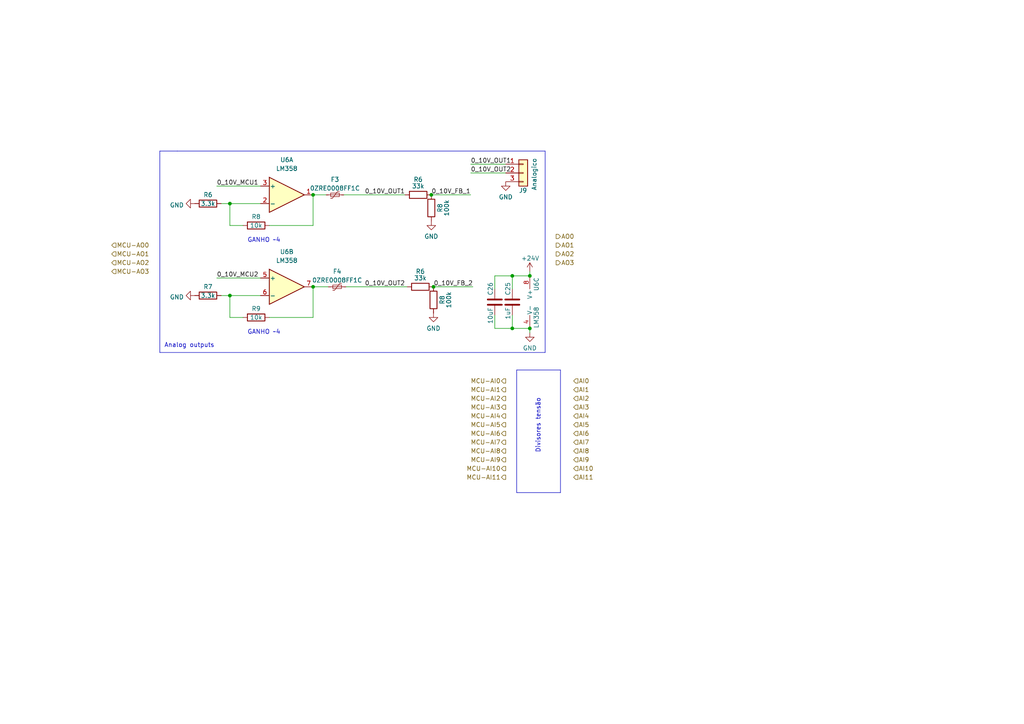
<source format=kicad_sch>
(kicad_sch (version 20230121) (generator eeschema)
  (paper "A4")
  (lib_symbols
    (symbol "Amplifier_Operational:LM358" (pin_names (offset 0.127))
      (property "Reference" "U" (at 0 5.08 0))
      (property "Value" "LM358" (at 0 -5.08 0))
      (symbol "LM358_1_1"
        (polyline (pts (xy -5.08 5.08) (xy 5.08 0) (xy -5.08 -5.08) (xy -5.08 5.08)) (stroke (width 0.254)) (fill (type background)))
        (pin output line (at 7.62 0 180) (length 2.54) (name "~") (number "1"))
        (pin input line (at -7.62 -2.54 0) (length 2.54) (name "-") (number "2"))
        (pin input line (at -7.62 2.54 0) (length 2.54) (name "+") (number "3"))
      )
      (symbol "LM358_2_1"
        (polyline (pts (xy -5.08 5.08) (xy 5.08 0) (xy -5.08 -5.08) (xy -5.08 5.08)) (stroke (width 0.254)) (fill (type background)))
        (pin input line (at -7.62 2.54 0) (length 2.54) (name "+") (number "5"))
        (pin input line (at -7.62 -2.54 0) (length 2.54) (name "-") (number "6"))
        (pin output line (at 7.62 0 180) (length 2.54) (name "~") (number "7"))
      )
      (symbol "LM358_3_1"
        (pin power_in line (at -2.54 -7.62 90) (length 3.81) (name "V-") (number "4"))
        (pin power_in line (at -2.54 7.62 270) (length 3.81) (name "V+") (number "8"))
      )
    )
    (symbol "Connector_Generic:Conn_01x03" (pin_names (offset 1.016) hide)
      (property "Reference" "J" (at 0 5.08 0))
      (property "Value" "Conn_01x03" (at 0 -5.08 0))
      (symbol "Conn_01x03_1_1"
        (rectangle (start -1.27 -2.413) (end 0 -2.667) (stroke (width 0.1524)))
        (rectangle (start -1.27 0.127) (end 0 -0.127) (stroke (width 0.1524)))
        (rectangle (start -1.27 2.667) (end 0 2.413) (stroke (width 0.1524)))
        (rectangle (start -1.27 3.81) (end 1.27 -3.81) (stroke (width 0.254)) (fill (type background)))
        (pin passive line (at -5.08 2.54 0) (length 3.81) (name "Pin_1") (number "1"))
        (pin passive line (at -5.08 0 0) (length 3.81) (name "Pin_2") (number "2"))
        (pin passive line (at -5.08 -2.54 0) (length 3.81) (name "Pin_3") (number "3"))
      )
    )
    (symbol "Device:C" (pin_numbers hide) (pin_names (offset 0.254))
      (property "Reference" "C" (at 0.635 2.54 0))
      (property "Value" "C" (at 0.635 -2.54 0))
      (symbol "C_0_1"
        (polyline (pts (xy -2.032 -0.762) (xy 2.032 -0.762)) (stroke (width 0.508)))
        (polyline (pts (xy -2.032 0.762) (xy 2.032 0.762)) (stroke (width 0.508)))
      )
      (symbol "C_1_1"
        (pin passive line (at 0 3.81 270) (length 2.794) (name "~") (number "1"))
        (pin passive line (at 0 -3.81 90) (length 2.794) (name "~") (number "2"))
      )
    )
    (symbol "Device:Polyfuse_Small" (pin_numbers hide) (pin_names (offset 0))
      (property "Reference" "F" (at -1.905 0 90))
      (property "Value" "Polyfuse_Small" (at 1.905 0 90))
      (symbol "Polyfuse_Small_0_1"
        (rectangle (start -0.508 1.27) (end 0.508 -1.27))
        (polyline (pts (xy 0 2.54) (xy 0 -2.54)))
        (polyline (pts (xy -1.016 1.27) (xy -1.016 0.762) (xy 1.016 -0.762) (xy 1.016 -1.27)))
      )
      (symbol "Polyfuse_Small_1_1"
        (pin passive line (at 0 2.54 270) (length 0.635) (name "~") (number "1"))
        (pin passive line (at 0 -2.54 90) (length 0.635) (name "~") (number "2"))
      )
    )
    (symbol "Device:R" (pin_numbers hide) (pin_names (offset 0))
      (property "Reference" "R" (at 2.032 0 90))
      (property "Value" "R" (at 0 0 90))
      (symbol "R_0_1"
        (rectangle (start -1.016 -2.54) (end 1.016 2.54) (stroke (width 0.254)))
      )
      (symbol "R_1_1"
        (pin passive line (at 0 3.81 270) (length 1.27) (name "~") (number "1"))
        (pin passive line (at 0 -3.81 90) (length 1.27) (name "~") (number "2"))
      )
    )
    (symbol "power:+24V" (power) (pin_names (offset 0))
      (property "Value" "+24V" (at 0 3.556 0))
      (symbol "+24V_0_1"
        (polyline (pts (xy -0.762 1.27) (xy 0 2.54)))
        (polyline (pts (xy 0 0) (xy 0 2.54)))
        (polyline (pts (xy 0 2.54) (xy 0.762 1.27)))
      )
      (symbol "+24V_1_1"
        (pin power_in line (at 0 0 90) (length 0) hide (name "+24V") (number "1"))
      )
    )
    (symbol "power:GND" (power) (pin_names (offset 0))
      (property "Value" "GND" (at 0 -3.81 0))
      (symbol "GND_0_1"
        (polyline (pts (xy 0 0) (xy 0 -1.27) (xy 1.27 -1.27) (xy 0 -2.54) (xy -1.27 -1.27) (xy 0 -1.27)))
      )
      (symbol "GND_1_1"
        (pin power_in line (at 0 0 270) (length 0) hide (name "GND") (number "1"))
      )
    )
  )
  (junction (at 153.67 80.01))
  (junction (at 153.67 95.25))
  (junction (at 148.59 80.01))
  (junction (at 125.095 56.515))
  (junction (at 148.59 95.25))
  (junction (at 66.675 59.055))
  (junction (at 125.73 83.185))
  (junction (at 66.675 85.725))
  (junction (at 90.805 56.515))
  (junction (at 90.805 83.185))
  (wire (pts (xy 95.25 83.185) (xy 90.805 83.185)))
  (wire (pts (xy 78.105 65.405) (xy 90.805 65.405)))
  (wire (pts (xy 70.485 92.075) (xy 66.675 92.075)))
  (wire (pts (xy 148.59 95.25) (xy 153.67 95.25)))
  (wire (pts (xy 136.525 47.625) (xy 146.685 47.625)))
  (polyline (pts (xy 149.86 107.315) (xy 162.56 107.315)))
  (wire (pts (xy 62.865 53.975) (xy 75.565 53.975)))
  (wire (pts (xy 78.105 92.075) (xy 90.805 92.075)))
  (wire (pts (xy 153.67 96.52) (xy 153.67 95.25)))
  (wire (pts (xy 153.67 78.74) (xy 153.67 80.01)))
  (polyline (pts (xy 46.355 102.235) (xy 46.355 43.815)))
  (wire (pts (xy 143.51 80.01) (xy 143.51 83.82)))
  (polyline (pts (xy 158.115 43.815) (xy 158.115 102.235)))
  (wire (pts (xy 66.675 85.725) (xy 75.565 85.725)))
  (wire (pts (xy 148.59 91.44) (xy 148.59 95.25)))
  (wire (pts (xy 66.675 59.055) (xy 75.565 59.055)))
  (wire (pts (xy 62.865 80.645) (xy 75.565 80.645)))
  (wire (pts (xy 125.73 83.185) (xy 137.16 83.185)))
  (wire (pts (xy 90.805 92.075) (xy 90.805 83.185)))
  (wire (pts (xy 143.51 95.25) (xy 143.51 91.44)))
  (polyline (pts (xy 51.435 43.815) (xy 158.115 43.815)))
  (wire (pts (xy 136.525 50.165) (xy 146.685 50.165)))
  (polyline (pts (xy 149.86 107.315) (xy 149.86 142.875)))
  (wire (pts (xy 143.51 80.01) (xy 148.59 80.01)))
  (wire (pts (xy 64.135 59.055) (xy 66.675 59.055)))
  (wire (pts (xy 94.615 56.515) (xy 90.805 56.515)))
  (wire (pts (xy 70.485 65.405) (xy 66.675 65.405)))
  (wire (pts (xy 100.33 83.185) (xy 118.11 83.185)))
  (polyline (pts (xy 149.86 142.875) (xy 162.56 142.875)))
  (polyline (pts (xy 158.115 102.235) (xy 46.355 102.235)))
  (wire (pts (xy 90.805 65.405) (xy 90.805 56.515)))
  (wire (pts (xy 143.51 95.25) (xy 148.59 95.25)))
  (polyline (pts (xy 46.355 43.815) (xy 51.435 43.815)))
  (wire (pts (xy 99.695 56.515) (xy 117.475 56.515)))
  (wire (pts (xy 66.675 92.075) (xy 66.675 85.725)))
  (wire (pts (xy 125.095 56.515) (xy 136.525 56.515)))
  (wire (pts (xy 66.675 65.405) (xy 66.675 59.055)))
  (wire (pts (xy 148.59 80.01) (xy 153.67 80.01)))
  (polyline (pts (xy 162.56 142.875) (xy 162.56 107.315)))
  (wire (pts (xy 148.59 83.82) (xy 148.59 80.01)))
  (wire (pts (xy 64.135 85.725) (xy 66.675 85.725)))
  (text "Analog outputs" (at 47.625 100.965 0) (effects (font (size 1.27 1.27)) (justify left bottom)))
  (text "GANHO ~4\n" (at 71.755 70.485 0) (effects (font (size 1.27 1.27)) (justify left bottom)))
  (text "Divisores tensão" (at 156.845 131.445 90) (effects (font (size 1.27 1.27)) (justify left bottom)))
  (text "GANHO ~4\n" (at 71.755 97.155 0) (effects (font (size 1.27 1.27)) (justify left bottom)))
  (label "0_10V_OUT1" (at 117.475 56.515 180))
  (label "0_10V_MCU1" (at 62.865 53.975 0))
  (label "0_10V_OUT1" (at 136.525 47.625 0))
  (label "0_10V_OUT2" (at 136.525 50.165 0))
  (label "0_10V_OUT2" (at 117.475 83.185 180))
  (label "0_10V_FB_1" (at 136.525 56.515 180))
  (label "0_10V_MCU2" (at 62.865 80.645 0))
  (label "0_10V_FB_2" (at 137.16 83.185 180))
  (hierarchical_label "AI7" (shape input) (at 166.37 128.27 0))
  (hierarchical_label "AI5" (shape input) (at 166.37 123.19 0))
  (hierarchical_label "MCU-AI7" (shape output) (at 146.685 128.27 180))
  (hierarchical_label "AI11" (shape input) (at 166.37 138.43 0))
  (hierarchical_label "MCU-AO2" (shape input) (at 32.385 76.2 0))
  (hierarchical_label "AO0" (shape output) (at 161.29 68.58 0))
  (hierarchical_label "MCU-AI6" (shape output) (at 146.685 125.73 180))
  (hierarchical_label "AI2" (shape input) (at 166.37 115.57 0))
  (hierarchical_label "AI0" (shape input) (at 166.37 110.49 0))
  (hierarchical_label "MCU-AI5" (shape output) (at 146.685 123.19 180))
  (hierarchical_label "MCU-AI1" (shape output) (at 146.685 113.03 180))
  (hierarchical_label "AO2" (shape output) (at 161.29 73.66 0))
  (hierarchical_label "AO1" (shape output) (at 161.29 71.12 0))
  (hierarchical_label "AI1" (shape input) (at 166.37 113.03 0))
  (hierarchical_label "MCU-AI3" (shape output) (at 146.685 118.11 180))
  (hierarchical_label "MCU-AI11" (shape output) (at 146.685 138.43 180))
  (hierarchical_label "AI8" (shape input) (at 166.37 130.81 0))
  (hierarchical_label "MCU-AI8" (shape output) (at 146.685 130.81 180))
  (hierarchical_label "MCU-AI4" (shape output) (at 146.685 120.65 180))
  (hierarchical_label "MCU-AO3" (shape input) (at 32.385 78.74 0))
  (hierarchical_label "AI3" (shape input) (at 166.37 118.11 0))
  (hierarchical_label "MCU-AI10" (shape output) (at 146.685 135.89 180))
  (hierarchical_label "MCU-AI9" (shape output) (at 146.685 133.35 180))
  (hierarchical_label "MCU-AI0" (shape output) (at 146.685 110.49 180))
  (hierarchical_label "AO3" (shape output) (at 161.29 76.2 0))
  (hierarchical_label "AI4" (shape input) (at 166.37 120.65 0))
  (hierarchical_label "AI9" (shape input) (at 166.37 133.35 0))
  (hierarchical_label "AI10" (shape input) (at 166.37 135.89 0))
  (hierarchical_label "MCU-AI2" (shape output) (at 146.685 115.57 180))
  (hierarchical_label "MCU-AO0" (shape input) (at 32.385 71.12 0))
  (hierarchical_label "MCU-AO1" (shape input) (at 32.385 73.66 0))
  (hierarchical_label "AI6" (shape input) (at 166.37 125.73 0))
  (symbol (lib_id "Amplifier_Operational:LM358") (at 83.185 56.515 0) (unit 1)
    (property "Reference" "U6" (at 83.185 46.355 0))
    (property "Value" "LM358" (at 83.185 48.895 0))
    (property "Datasheet" "http://www.ti.com/lit/ds/symlink/lm2904-n.pdf" (effects hide))
    (instances (project "Controle_receptor" (path "" (reference "U6") (unit 1))) (project "Controlador-Compressor" (path "" (reference "U7") (unit 1)) (path "" (reference "U7") (unit 1))))
  )
  (symbol (lib_id "power:GND") (at 146.685 52.705 0) (unit 1)
    (property "Reference" "#PWR0143" (effects hide))
    (property "Value" "GND" (at 146.685 57.1484 0))
    (instances (project "Controle_receptor" (path "" (reference "#PWR0143") (unit 1))) (project "Controlador-Compressor" (path "" (reference "#PWR018") (unit 1)) (path "" (reference "#PWR020") (unit 1))))
  )
  (symbol (lib_id "Device:R") (at 74.295 65.405 90) (unit 1)
    (property "Reference" "R8" (at 74.295 62.865 90))
    (property "Value" "10k" (at 74.295 65.405 90))
    (property "Footprint" "Resistor_SMD:R_0805_2012Metric_Pad1.20x1.40mm_HandSolder" (effects hide))
  )
  (symbol (lib_id "power:+24V") (at 153.67 78.74 0) (unit 1)
    (property "Reference" "#PWR0136" (effects hide))
    (property "Value" "+24V" (at 151.13 74.93 0) (effects (justify left)))
    (instances (project "Controle_receptor" (path "" (reference "#PWR0136") (unit 1))) (project "Controlador-Compressor" (path "" (reference "#PWR019") (unit 1)) (path "" (reference "#PWR037") (unit 1))))
  )
  (symbol (lib_id "power:GND") (at 56.515 85.725 270) (unit 1)
    (property "Reference" "#PWR0134" (effects hide))
    (property "Value" "GND" (at 53.3401 86.1588 90) (effects (justify right)))
    (instances (project "Controle_receptor" (path "" (reference "#PWR0134") (unit 1))) (project "Controlador-Compressor" (path "" (reference "#PWR017") (unit 1)) (path "" (reference "#PWR017") (unit 1))))
  )
  (symbol (lib_id "Device:R") (at 125.73 86.995 0) (mirror x) (unit 1)
    (property "Reference" "R8" (at 128.27 86.995 90))
    (property "Value" "100k" (at 130.175 86.995 90))
    (property "Footprint" "Resistor_SMD:R_0805_2012Metric_Pad1.20x1.40mm_HandSolder" (effects hide))
    (instances (project "Controle_receptor" (path "" (reference "R8") (unit 1))) (project "Controlador-Compressor" (path "" (reference "R34") (unit 1)) (path "" (reference "R34") (unit 1))))
  )
  (symbol (lib_id "Device:R") (at 121.285 56.515 90) (unit 1)
    (property "Reference" "R6" (at 121.285 52.07 90))
    (property "Value" "33k" (at 121.285 53.975 90))
    (property "Footprint" "Resistor_SMD:R_0805_2012Metric_Pad1.20x1.40mm_HandSolder" (effects hide))
    (instances (project "Controle_receptor" (path "" (reference "R6") (unit 1))) (project "Controlador-Compressor" (path "" (reference "R32") (unit 1)) (path "" (reference "R31") (unit 1))))
  )
  (symbol (lib_id "Device:C") (at 143.51 87.63 0) (mirror y) (unit 1)
    (property "Reference" "C26" (at 142.24 85.725 90) (effects (justify left)))
    (property "Value" "10uF" (at 142.24 93.98 90) (effects (justify left)))
    (instances (project "Controlador-Compressor" (path "" (reference "C26") (unit 1)) (path "" (reference "C25") (unit 1))))
  )
  (symbol (lib_id "Device:Polyfuse_Small") (at 97.79 83.185 90) (unit 1)
    (property "Reference" "F4" (at 97.79 78.74 90))
    (property "Value" "0ZRE0008FF1C" (at 97.79 81.28 90))
  )
  (symbol (lib_id "Amplifier_Operational:LM358") (at 156.21 87.63 0) (unit 3)
    (property "Reference" "U6" (at 155.575 84.455 90) (effects (justify left)))
    (property "Value" "LM358" (at 155.575 95.25 90) (effects (justify left)))
    (property "Datasheet" "http://www.ti.com/lit/ds/symlink/lm2904-n.pdf" (effects hide))
    (instances (project "Controle_receptor" (path "" (reference "U6") (unit 3))) (project "Controlador-Compressor" (path "" (reference "U7") (unit 3)) (path "" (reference "U7") (unit 3))))
  )
  (symbol (lib_id "power:GND") (at 125.73 90.805 0) (unit 1)
    (property "Reference" "#PWR0143" (effects hide))
    (property "Value" "GND" (at 125.73 95.2484 0))
    (instances (project "Controle_receptor" (path "" (reference "#PWR0143") (unit 1))) (project "Controlador-Compressor" (path "" (reference "#PWR050") (unit 1)) (path "" (reference "#PWR019") (unit 1))))
  )
  (symbol (lib_id "Device:R") (at 125.095 60.325 0) (mirror x) (unit 1)
    (property "Reference" "R8" (at 127.635 60.325 90))
    (property "Value" "100k" (at 129.54 60.325 90))
    (property "Footprint" "Resistor_SMD:R_0805_2012Metric_Pad1.20x1.40mm_HandSolder" (effects hide))
    (instances (project "Controle_receptor" (path "" (reference "R8") (unit 1))) (project "Controlador-Compressor" (path "" (reference "R31") (unit 1)) (path "" (reference "R33") (unit 1))))
  )
  (symbol (lib_id "Amplifier_Operational:LM358") (at 83.185 83.185 0) (unit 2)
    (property "Reference" "U6" (at 83.185 73.025 0))
    (property "Value" "LM358" (at 83.185 75.565 0))
    (property "Footprint" "Package_DIP:DIP-8_W7.62mm" (effects hide))
    (property "Datasheet" "http://www.ti.com/lit/ds/symlink/lm2904-n.pdf" (effects hide))
    (instances (project "Controle_receptor" (path "" (reference "U6") (unit 2))) (project "Controlador-Compressor" (path "" (reference "U7") (unit 2)) (path "" (reference "U7") (unit 2))))
  )
  (symbol (lib_id "Device:R") (at 74.295 92.075 90) (unit 1)
    (property "Reference" "R9" (at 74.295 89.535 90))
    (property "Value" "10k" (at 74.295 92.075 90))
    (property "Footprint" "Resistor_SMD:R_0805_2012Metric_Pad1.20x1.40mm_HandSolder" (effects hide))
  )
  (symbol (lib_id "Device:Polyfuse_Small") (at 97.155 56.515 90) (unit 1)
    (property "Reference" "F3" (at 97.155 52.07 90))
    (property "Value" "0ZRE0008FF1C" (at 97.155 54.61 90))
  )
  (symbol (lib_id "power:GND") (at 56.515 59.055 270) (unit 1)
    (property "Reference" "#PWR0135" (effects hide))
    (property "Value" "GND" (at 53.3401 59.4888 90) (effects (justify right)))
    (instances (project "Controle_receptor" (path "" (reference "#PWR0135") (unit 1))) (project "Controlador-Compressor" (path "" (reference "#PWR016") (unit 1)) (path "" (reference "#PWR016") (unit 1))))
  )
  (symbol (lib_id "Device:R") (at 60.325 85.725 90) (unit 1)
    (property "Reference" "R7" (at 60.325 83.185 90))
    (property "Value" "3.3k" (at 60.325 85.725 90))
    (property "Footprint" "Resistor_SMD:R_0805_2012Metric_Pad1.20x1.40mm_HandSolder" (effects hide))
  )
  (symbol (lib_id "Device:R") (at 121.92 83.185 90) (unit 1)
    (property "Reference" "R6" (at 121.92 78.74 90))
    (property "Value" "33k" (at 121.92 80.645 90))
    (property "Footprint" "Resistor_SMD:R_0805_2012Metric_Pad1.20x1.40mm_HandSolder" (effects hide))
    (instances (project "Controle_receptor" (path "" (reference "R6") (unit 1))) (project "Controlador-Compressor" (path "" (reference "R33") (unit 1)) (path "" (reference "R32") (unit 1))))
  )
  (symbol (lib_id "Connector_Generic:Conn_01x03") (at 151.765 50.165 0) (unit 1)
    (property "Reference" "J9" (at 150.495 55.245 0) (effects (justify left)))
    (property "Value" "Analogico" (at 154.94 55.245 90) (effects (justify left)))
    (property "Footprint" "Connector_Phoenix_MSTB:PhoenixContact_MSTBA_2,5_3-G-5,08_1x03_P5.08mm_Horizontal" (effects hide))
    (instances (project "Controle_receptor" (path "" (reference "J9") (unit 1))) (project "Controlador-Compressor" (path "" (reference "J6") (unit 1)) (path "" (reference "J6") (unit 1))))
  )
  (symbol (lib_id "power:GND") (at 125.095 64.135 0) (unit 1)
    (property "Reference" "#PWR0143" (effects hide))
    (property "Value" "GND" (at 125.095 68.5784 0))
    (instances (project "Controle_receptor" (path "" (reference "#PWR0143") (unit 1))) (project "Controlador-Compressor" (path "" (reference "#PWR037") (unit 1)) (path "" (reference "#PWR018") (unit 1))))
  )
  (symbol (lib_id "power:GND") (at 153.67 96.52 0) (unit 1)
    (property "Reference" "#PWR0137" (effects hide))
    (property "Value" "GND" (at 153.67 100.9634 0))
    (instances (project "Controle_receptor" (path "" (reference "#PWR0137") (unit 1))) (project "Controlador-Compressor" (path "" (reference "#PWR020") (unit 1)) (path "" (reference "#PWR050") (unit 1))))
  )
  (symbol (lib_id "Device:C") (at 148.59 87.63 0) (mirror y) (unit 1)
    (property "Reference" "C25" (at 147.32 85.725 90) (effects (justify left)))
    (property "Value" "1uF" (at 147.32 92.71 90) (effects (justify left)))
    (instances (project "Controlador-Compressor" (path "" (reference "C25") (unit 1)) (path "" (reference "C26") (unit 1))))
  )
  (symbol (lib_id "Device:R") (at 60.325 59.055 90) (unit 1)
    (property "Reference" "R6" (at 60.325 56.515 90))
    (property "Value" "3.3k" (at 60.325 59.055 90))
    (property "Footprint" "Resistor_SMD:R_0805_2012Metric_Pad1.20x1.40mm_HandSolder" (effects hide))
  )
)
</source>
